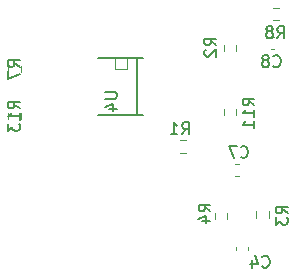
<source format=gbr>
%TF.GenerationSoftware,KiCad,Pcbnew,9.0.7*%
%TF.CreationDate,2026-02-19T19:24:31+05:30*%
%TF.ProjectId,pcb-n-as5600,7063622d-6e2d-4617-9335-3630302e6b69,rev?*%
%TF.SameCoordinates,Original*%
%TF.FileFunction,Legend,Bot*%
%TF.FilePolarity,Positive*%
%FSLAX46Y46*%
G04 Gerber Fmt 4.6, Leading zero omitted, Abs format (unit mm)*
G04 Created by KiCad (PCBNEW 9.0.7) date 2026-02-19 19:24:31*
%MOMM*%
%LPD*%
G01*
G04 APERTURE LIST*
%ADD10C,0.150000*%
%ADD11C,0.120000*%
%ADD12C,0.203200*%
%ADD13C,0.076200*%
G04 APERTURE END LIST*
D10*
X164486666Y-101647080D02*
X164534285Y-101694700D01*
X164534285Y-101694700D02*
X164677142Y-101742319D01*
X164677142Y-101742319D02*
X164772380Y-101742319D01*
X164772380Y-101742319D02*
X164915237Y-101694700D01*
X164915237Y-101694700D02*
X165010475Y-101599461D01*
X165010475Y-101599461D02*
X165058094Y-101504223D01*
X165058094Y-101504223D02*
X165105713Y-101313747D01*
X165105713Y-101313747D02*
X165105713Y-101170890D01*
X165105713Y-101170890D02*
X165058094Y-100980414D01*
X165058094Y-100980414D02*
X165010475Y-100885176D01*
X165010475Y-100885176D02*
X164915237Y-100789938D01*
X164915237Y-100789938D02*
X164772380Y-100742319D01*
X164772380Y-100742319D02*
X164677142Y-100742319D01*
X164677142Y-100742319D02*
X164534285Y-100789938D01*
X164534285Y-100789938D02*
X164486666Y-100837557D01*
X163629523Y-101075652D02*
X163629523Y-101742319D01*
X163867618Y-100694700D02*
X164105713Y-101408985D01*
X164105713Y-101408985D02*
X163486666Y-101408985D01*
X162666666Y-92359580D02*
X162714285Y-92407200D01*
X162714285Y-92407200D02*
X162857142Y-92454819D01*
X162857142Y-92454819D02*
X162952380Y-92454819D01*
X162952380Y-92454819D02*
X163095237Y-92407200D01*
X163095237Y-92407200D02*
X163190475Y-92311961D01*
X163190475Y-92311961D02*
X163238094Y-92216723D01*
X163238094Y-92216723D02*
X163285713Y-92026247D01*
X163285713Y-92026247D02*
X163285713Y-91883390D01*
X163285713Y-91883390D02*
X163238094Y-91692914D01*
X163238094Y-91692914D02*
X163190475Y-91597676D01*
X163190475Y-91597676D02*
X163095237Y-91502438D01*
X163095237Y-91502438D02*
X162952380Y-91454819D01*
X162952380Y-91454819D02*
X162857142Y-91454819D01*
X162857142Y-91454819D02*
X162714285Y-91502438D01*
X162714285Y-91502438D02*
X162666666Y-91550057D01*
X162333332Y-91454819D02*
X161666666Y-91454819D01*
X161666666Y-91454819D02*
X162095237Y-92454819D01*
X166642319Y-97153333D02*
X166166128Y-96820000D01*
X166642319Y-96581905D02*
X165642319Y-96581905D01*
X165642319Y-96581905D02*
X165642319Y-96962857D01*
X165642319Y-96962857D02*
X165689938Y-97058095D01*
X165689938Y-97058095D02*
X165737557Y-97105714D01*
X165737557Y-97105714D02*
X165832795Y-97153333D01*
X165832795Y-97153333D02*
X165975652Y-97153333D01*
X165975652Y-97153333D02*
X166070890Y-97105714D01*
X166070890Y-97105714D02*
X166118509Y-97058095D01*
X166118509Y-97058095D02*
X166166128Y-96962857D01*
X166166128Y-96962857D02*
X166166128Y-96581905D01*
X165642319Y-97486667D02*
X165642319Y-98105714D01*
X165642319Y-98105714D02*
X166023271Y-97772381D01*
X166023271Y-97772381D02*
X166023271Y-97915238D01*
X166023271Y-97915238D02*
X166070890Y-98010476D01*
X166070890Y-98010476D02*
X166118509Y-98058095D01*
X166118509Y-98058095D02*
X166213747Y-98105714D01*
X166213747Y-98105714D02*
X166451842Y-98105714D01*
X166451842Y-98105714D02*
X166547080Y-98058095D01*
X166547080Y-98058095D02*
X166594700Y-98010476D01*
X166594700Y-98010476D02*
X166642319Y-97915238D01*
X166642319Y-97915238D02*
X166642319Y-97629524D01*
X166642319Y-97629524D02*
X166594700Y-97534286D01*
X166594700Y-97534286D02*
X166547080Y-97486667D01*
X151192319Y-86873095D02*
X152001842Y-86873095D01*
X152001842Y-86873095D02*
X152097080Y-86920714D01*
X152097080Y-86920714D02*
X152144700Y-86968333D01*
X152144700Y-86968333D02*
X152192319Y-87063571D01*
X152192319Y-87063571D02*
X152192319Y-87254047D01*
X152192319Y-87254047D02*
X152144700Y-87349285D01*
X152144700Y-87349285D02*
X152097080Y-87396904D01*
X152097080Y-87396904D02*
X152001842Y-87444523D01*
X152001842Y-87444523D02*
X151192319Y-87444523D01*
X151525652Y-88349285D02*
X152192319Y-88349285D01*
X151144700Y-88111190D02*
X151858985Y-87873095D01*
X151858985Y-87873095D02*
X151858985Y-88492142D01*
X157691666Y-90454819D02*
X158024999Y-89978628D01*
X158263094Y-90454819D02*
X158263094Y-89454819D01*
X158263094Y-89454819D02*
X157882142Y-89454819D01*
X157882142Y-89454819D02*
X157786904Y-89502438D01*
X157786904Y-89502438D02*
X157739285Y-89550057D01*
X157739285Y-89550057D02*
X157691666Y-89645295D01*
X157691666Y-89645295D02*
X157691666Y-89788152D01*
X157691666Y-89788152D02*
X157739285Y-89883390D01*
X157739285Y-89883390D02*
X157786904Y-89931009D01*
X157786904Y-89931009D02*
X157882142Y-89978628D01*
X157882142Y-89978628D02*
X158263094Y-89978628D01*
X156739285Y-90454819D02*
X157310713Y-90454819D01*
X157024999Y-90454819D02*
X157024999Y-89454819D01*
X157024999Y-89454819D02*
X157120237Y-89597676D01*
X157120237Y-89597676D02*
X157215475Y-89692914D01*
X157215475Y-89692914D02*
X157310713Y-89740533D01*
X160587319Y-82925833D02*
X160111128Y-82592500D01*
X160587319Y-82354405D02*
X159587319Y-82354405D01*
X159587319Y-82354405D02*
X159587319Y-82735357D01*
X159587319Y-82735357D02*
X159634938Y-82830595D01*
X159634938Y-82830595D02*
X159682557Y-82878214D01*
X159682557Y-82878214D02*
X159777795Y-82925833D01*
X159777795Y-82925833D02*
X159920652Y-82925833D01*
X159920652Y-82925833D02*
X160015890Y-82878214D01*
X160015890Y-82878214D02*
X160063509Y-82830595D01*
X160063509Y-82830595D02*
X160111128Y-82735357D01*
X160111128Y-82735357D02*
X160111128Y-82354405D01*
X159682557Y-83306786D02*
X159634938Y-83354405D01*
X159634938Y-83354405D02*
X159587319Y-83449643D01*
X159587319Y-83449643D02*
X159587319Y-83687738D01*
X159587319Y-83687738D02*
X159634938Y-83782976D01*
X159634938Y-83782976D02*
X159682557Y-83830595D01*
X159682557Y-83830595D02*
X159777795Y-83878214D01*
X159777795Y-83878214D02*
X159873033Y-83878214D01*
X159873033Y-83878214D02*
X160015890Y-83830595D01*
X160015890Y-83830595D02*
X160587319Y-83259167D01*
X160587319Y-83259167D02*
X160587319Y-83878214D01*
X143954819Y-88269642D02*
X143478628Y-87936309D01*
X143954819Y-87698214D02*
X142954819Y-87698214D01*
X142954819Y-87698214D02*
X142954819Y-88079166D01*
X142954819Y-88079166D02*
X143002438Y-88174404D01*
X143002438Y-88174404D02*
X143050057Y-88222023D01*
X143050057Y-88222023D02*
X143145295Y-88269642D01*
X143145295Y-88269642D02*
X143288152Y-88269642D01*
X143288152Y-88269642D02*
X143383390Y-88222023D01*
X143383390Y-88222023D02*
X143431009Y-88174404D01*
X143431009Y-88174404D02*
X143478628Y-88079166D01*
X143478628Y-88079166D02*
X143478628Y-87698214D01*
X143954819Y-89222023D02*
X143954819Y-88650595D01*
X143954819Y-88936309D02*
X142954819Y-88936309D01*
X142954819Y-88936309D02*
X143097676Y-88841071D01*
X143097676Y-88841071D02*
X143192914Y-88745833D01*
X143192914Y-88745833D02*
X143240533Y-88650595D01*
X142954819Y-89555357D02*
X142954819Y-90174404D01*
X142954819Y-90174404D02*
X143335771Y-89841071D01*
X143335771Y-89841071D02*
X143335771Y-89983928D01*
X143335771Y-89983928D02*
X143383390Y-90079166D01*
X143383390Y-90079166D02*
X143431009Y-90126785D01*
X143431009Y-90126785D02*
X143526247Y-90174404D01*
X143526247Y-90174404D02*
X143764342Y-90174404D01*
X143764342Y-90174404D02*
X143859580Y-90126785D01*
X143859580Y-90126785D02*
X143907200Y-90079166D01*
X143907200Y-90079166D02*
X143954819Y-89983928D01*
X143954819Y-89983928D02*
X143954819Y-89698214D01*
X143954819Y-89698214D02*
X143907200Y-89602976D01*
X143907200Y-89602976D02*
X143859580Y-89555357D01*
X165759166Y-82322319D02*
X166092499Y-81846128D01*
X166330594Y-82322319D02*
X166330594Y-81322319D01*
X166330594Y-81322319D02*
X165949642Y-81322319D01*
X165949642Y-81322319D02*
X165854404Y-81369938D01*
X165854404Y-81369938D02*
X165806785Y-81417557D01*
X165806785Y-81417557D02*
X165759166Y-81512795D01*
X165759166Y-81512795D02*
X165759166Y-81655652D01*
X165759166Y-81655652D02*
X165806785Y-81750890D01*
X165806785Y-81750890D02*
X165854404Y-81798509D01*
X165854404Y-81798509D02*
X165949642Y-81846128D01*
X165949642Y-81846128D02*
X166330594Y-81846128D01*
X165187737Y-81750890D02*
X165282975Y-81703271D01*
X165282975Y-81703271D02*
X165330594Y-81655652D01*
X165330594Y-81655652D02*
X165378213Y-81560414D01*
X165378213Y-81560414D02*
X165378213Y-81512795D01*
X165378213Y-81512795D02*
X165330594Y-81417557D01*
X165330594Y-81417557D02*
X165282975Y-81369938D01*
X165282975Y-81369938D02*
X165187737Y-81322319D01*
X165187737Y-81322319D02*
X164997261Y-81322319D01*
X164997261Y-81322319D02*
X164902023Y-81369938D01*
X164902023Y-81369938D02*
X164854404Y-81417557D01*
X164854404Y-81417557D02*
X164806785Y-81512795D01*
X164806785Y-81512795D02*
X164806785Y-81560414D01*
X164806785Y-81560414D02*
X164854404Y-81655652D01*
X164854404Y-81655652D02*
X164902023Y-81703271D01*
X164902023Y-81703271D02*
X164997261Y-81750890D01*
X164997261Y-81750890D02*
X165187737Y-81750890D01*
X165187737Y-81750890D02*
X165282975Y-81798509D01*
X165282975Y-81798509D02*
X165330594Y-81846128D01*
X165330594Y-81846128D02*
X165378213Y-81941366D01*
X165378213Y-81941366D02*
X165378213Y-82131842D01*
X165378213Y-82131842D02*
X165330594Y-82227080D01*
X165330594Y-82227080D02*
X165282975Y-82274700D01*
X165282975Y-82274700D02*
X165187737Y-82322319D01*
X165187737Y-82322319D02*
X164997261Y-82322319D01*
X164997261Y-82322319D02*
X164902023Y-82274700D01*
X164902023Y-82274700D02*
X164854404Y-82227080D01*
X164854404Y-82227080D02*
X164806785Y-82131842D01*
X164806785Y-82131842D02*
X164806785Y-81941366D01*
X164806785Y-81941366D02*
X164854404Y-81846128D01*
X164854404Y-81846128D02*
X164902023Y-81798509D01*
X164902023Y-81798509D02*
X164997261Y-81750890D01*
X160094819Y-96983333D02*
X159618628Y-96650000D01*
X160094819Y-96411905D02*
X159094819Y-96411905D01*
X159094819Y-96411905D02*
X159094819Y-96792857D01*
X159094819Y-96792857D02*
X159142438Y-96888095D01*
X159142438Y-96888095D02*
X159190057Y-96935714D01*
X159190057Y-96935714D02*
X159285295Y-96983333D01*
X159285295Y-96983333D02*
X159428152Y-96983333D01*
X159428152Y-96983333D02*
X159523390Y-96935714D01*
X159523390Y-96935714D02*
X159571009Y-96888095D01*
X159571009Y-96888095D02*
X159618628Y-96792857D01*
X159618628Y-96792857D02*
X159618628Y-96411905D01*
X159428152Y-97840476D02*
X160094819Y-97840476D01*
X159047200Y-97602381D02*
X159761485Y-97364286D01*
X159761485Y-97364286D02*
X159761485Y-97983333D01*
X165434166Y-84677080D02*
X165481785Y-84724700D01*
X165481785Y-84724700D02*
X165624642Y-84772319D01*
X165624642Y-84772319D02*
X165719880Y-84772319D01*
X165719880Y-84772319D02*
X165862737Y-84724700D01*
X165862737Y-84724700D02*
X165957975Y-84629461D01*
X165957975Y-84629461D02*
X166005594Y-84534223D01*
X166005594Y-84534223D02*
X166053213Y-84343747D01*
X166053213Y-84343747D02*
X166053213Y-84200890D01*
X166053213Y-84200890D02*
X166005594Y-84010414D01*
X166005594Y-84010414D02*
X165957975Y-83915176D01*
X165957975Y-83915176D02*
X165862737Y-83819938D01*
X165862737Y-83819938D02*
X165719880Y-83772319D01*
X165719880Y-83772319D02*
X165624642Y-83772319D01*
X165624642Y-83772319D02*
X165481785Y-83819938D01*
X165481785Y-83819938D02*
X165434166Y-83867557D01*
X164862737Y-84200890D02*
X164957975Y-84153271D01*
X164957975Y-84153271D02*
X165005594Y-84105652D01*
X165005594Y-84105652D02*
X165053213Y-84010414D01*
X165053213Y-84010414D02*
X165053213Y-83962795D01*
X165053213Y-83962795D02*
X165005594Y-83867557D01*
X165005594Y-83867557D02*
X164957975Y-83819938D01*
X164957975Y-83819938D02*
X164862737Y-83772319D01*
X164862737Y-83772319D02*
X164672261Y-83772319D01*
X164672261Y-83772319D02*
X164577023Y-83819938D01*
X164577023Y-83819938D02*
X164529404Y-83867557D01*
X164529404Y-83867557D02*
X164481785Y-83962795D01*
X164481785Y-83962795D02*
X164481785Y-84010414D01*
X164481785Y-84010414D02*
X164529404Y-84105652D01*
X164529404Y-84105652D02*
X164577023Y-84153271D01*
X164577023Y-84153271D02*
X164672261Y-84200890D01*
X164672261Y-84200890D02*
X164862737Y-84200890D01*
X164862737Y-84200890D02*
X164957975Y-84248509D01*
X164957975Y-84248509D02*
X165005594Y-84296128D01*
X165005594Y-84296128D02*
X165053213Y-84391366D01*
X165053213Y-84391366D02*
X165053213Y-84581842D01*
X165053213Y-84581842D02*
X165005594Y-84677080D01*
X165005594Y-84677080D02*
X164957975Y-84724700D01*
X164957975Y-84724700D02*
X164862737Y-84772319D01*
X164862737Y-84772319D02*
X164672261Y-84772319D01*
X164672261Y-84772319D02*
X164577023Y-84724700D01*
X164577023Y-84724700D02*
X164529404Y-84677080D01*
X164529404Y-84677080D02*
X164481785Y-84581842D01*
X164481785Y-84581842D02*
X164481785Y-84391366D01*
X164481785Y-84391366D02*
X164529404Y-84296128D01*
X164529404Y-84296128D02*
X164577023Y-84248509D01*
X164577023Y-84248509D02*
X164672261Y-84200890D01*
X143954819Y-84745833D02*
X143478628Y-84412500D01*
X143954819Y-84174405D02*
X142954819Y-84174405D01*
X142954819Y-84174405D02*
X142954819Y-84555357D01*
X142954819Y-84555357D02*
X143002438Y-84650595D01*
X143002438Y-84650595D02*
X143050057Y-84698214D01*
X143050057Y-84698214D02*
X143145295Y-84745833D01*
X143145295Y-84745833D02*
X143288152Y-84745833D01*
X143288152Y-84745833D02*
X143383390Y-84698214D01*
X143383390Y-84698214D02*
X143431009Y-84650595D01*
X143431009Y-84650595D02*
X143478628Y-84555357D01*
X143478628Y-84555357D02*
X143478628Y-84174405D01*
X142954819Y-85079167D02*
X142954819Y-85745833D01*
X142954819Y-85745833D02*
X143954819Y-85317262D01*
X163822319Y-88014642D02*
X163346128Y-87681309D01*
X163822319Y-87443214D02*
X162822319Y-87443214D01*
X162822319Y-87443214D02*
X162822319Y-87824166D01*
X162822319Y-87824166D02*
X162869938Y-87919404D01*
X162869938Y-87919404D02*
X162917557Y-87967023D01*
X162917557Y-87967023D02*
X163012795Y-88014642D01*
X163012795Y-88014642D02*
X163155652Y-88014642D01*
X163155652Y-88014642D02*
X163250890Y-87967023D01*
X163250890Y-87967023D02*
X163298509Y-87919404D01*
X163298509Y-87919404D02*
X163346128Y-87824166D01*
X163346128Y-87824166D02*
X163346128Y-87443214D01*
X163822319Y-88967023D02*
X163822319Y-88395595D01*
X163822319Y-88681309D02*
X162822319Y-88681309D01*
X162822319Y-88681309D02*
X162965176Y-88586071D01*
X162965176Y-88586071D02*
X163060414Y-88490833D01*
X163060414Y-88490833D02*
X163108033Y-88395595D01*
X163822319Y-89919404D02*
X163822319Y-89347976D01*
X163822319Y-89633690D02*
X162822319Y-89633690D01*
X162822319Y-89633690D02*
X162965176Y-89538452D01*
X162965176Y-89538452D02*
X163060414Y-89443214D01*
X163060414Y-89443214D02*
X163108033Y-89347976D01*
D11*
%TO.C,C4*%
X162240000Y-100258767D02*
X162240000Y-99966233D01*
X163260000Y-100258767D02*
X163260000Y-99966233D01*
%TO.C,C7*%
X162508767Y-94010000D02*
X162216233Y-94010000D01*
X162508767Y-92990000D02*
X162216233Y-92990000D01*
%TO.C,R3*%
X165022500Y-96995276D02*
X165022500Y-97504724D01*
X163977500Y-96995276D02*
X163977500Y-97504724D01*
D12*
%TO.C,U4*%
X154400000Y-84005000D02*
X153900000Y-84005000D01*
X153900000Y-88805000D02*
X154400000Y-88805000D01*
X153900000Y-88805000D02*
X153900000Y-84005000D01*
X153900000Y-84005000D02*
X150600000Y-84005000D01*
D13*
X153000000Y-84905000D02*
X152000000Y-84905000D01*
X153000000Y-83905000D02*
X153000000Y-84905000D01*
X152000000Y-84905000D02*
X152000000Y-83905000D01*
D12*
X150600000Y-88805000D02*
X153900000Y-88805000D01*
D11*
%TO.C,R1*%
X157495276Y-92022500D02*
X158004724Y-92022500D01*
X157495276Y-90977500D02*
X158004724Y-90977500D01*
%TO.C,R2*%
X162272500Y-82907776D02*
X162272500Y-83417224D01*
X161227500Y-82907776D02*
X161227500Y-83417224D01*
%TO.C,R13*%
X144022500Y-89167224D02*
X144022500Y-88657776D01*
X142977500Y-89167224D02*
X142977500Y-88657776D01*
%TO.C,R8*%
X165407776Y-80772500D02*
X165917224Y-80772500D01*
X165407776Y-79727500D02*
X165917224Y-79727500D01*
%TO.C,R4*%
X161522500Y-97082776D02*
X161522500Y-97592224D01*
X160477500Y-97082776D02*
X160477500Y-97592224D01*
%TO.C,C8*%
X165191233Y-83210000D02*
X165483767Y-83210000D01*
X165191233Y-82190000D02*
X165483767Y-82190000D01*
%TO.C,R7*%
X144022500Y-84657776D02*
X144022500Y-85167224D01*
X142977500Y-84657776D02*
X142977500Y-85167224D01*
%TO.C,R11*%
X162272500Y-88842224D02*
X162272500Y-88332776D01*
X161227500Y-88842224D02*
X161227500Y-88332776D01*
%TD*%
M02*

</source>
